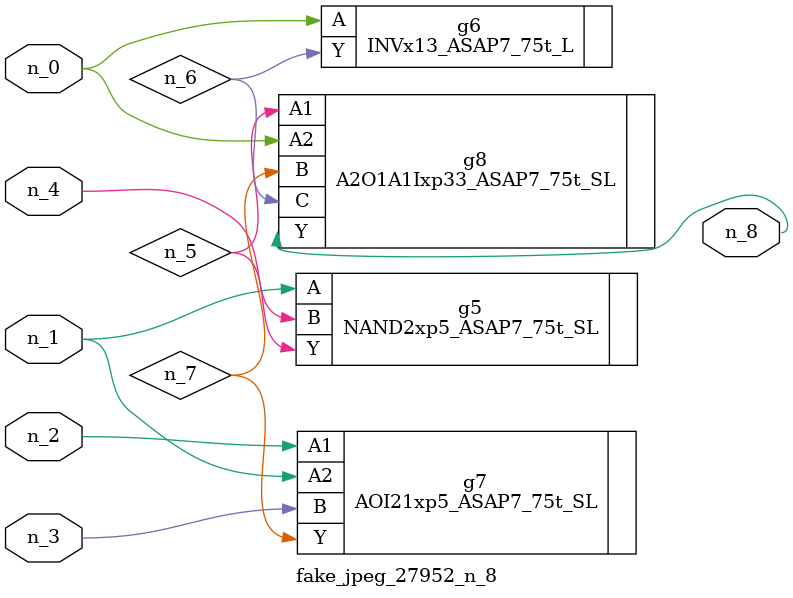
<source format=v>
module fake_jpeg_27952_n_8 (n_3, n_2, n_1, n_0, n_4, n_8);

input n_3;
input n_2;
input n_1;
input n_0;
input n_4;

output n_8;

wire n_6;
wire n_5;
wire n_7;

NAND2xp5_ASAP7_75t_SL g5 ( 
.A(n_1),
.B(n_4),
.Y(n_5)
);

INVx13_ASAP7_75t_L g6 ( 
.A(n_0),
.Y(n_6)
);

AOI21xp5_ASAP7_75t_SL g7 ( 
.A1(n_2),
.A2(n_1),
.B(n_3),
.Y(n_7)
);

A2O1A1Ixp33_ASAP7_75t_SL g8 ( 
.A1(n_5),
.A2(n_0),
.B(n_7),
.C(n_6),
.Y(n_8)
);


endmodule
</source>
